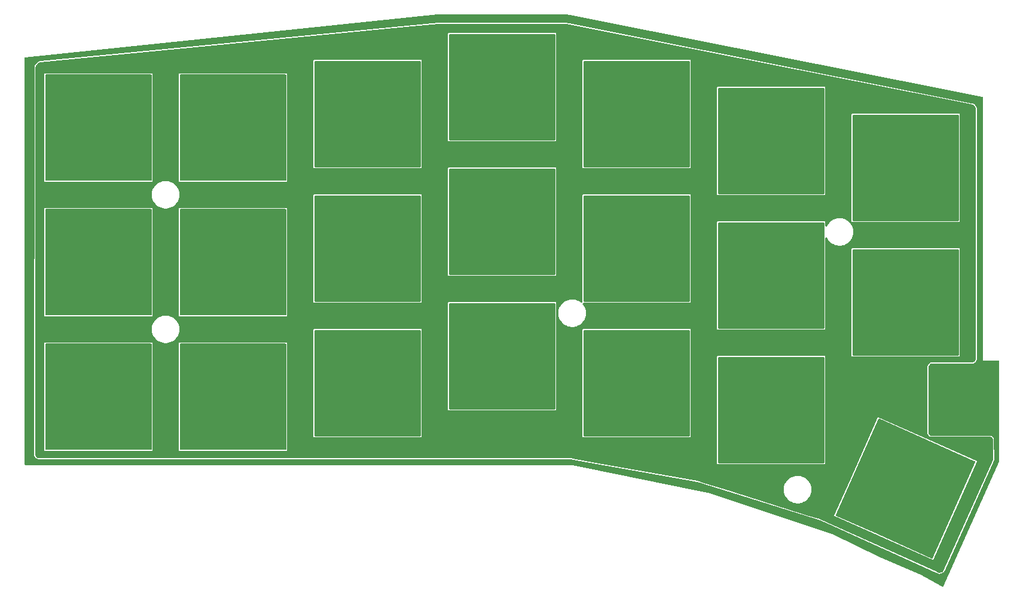
<source format=gbr>
G04 #@! TF.GenerationSoftware,KiCad,Pcbnew,8.0.0*
G04 #@! TF.CreationDate,2024-03-14T17:28:04+09:00*
G04 #@! TF.ProjectId,Pinky3,50696e6b-7933-42e6-9b69-6361645f7063,0.3*
G04 #@! TF.SameCoordinates,Original*
G04 #@! TF.FileFunction,Copper,L2,Bot*
G04 #@! TF.FilePolarity,Positive*
%FSLAX46Y46*%
G04 Gerber Fmt 4.6, Leading zero omitted, Abs format (unit mm)*
G04 Created by KiCad (PCBNEW 8.0.0) date 2024-03-14 17:28:04*
%MOMM*%
%LPD*%
G01*
G04 APERTURE LIST*
G04 APERTURE END LIST*
G04 #@! TA.AperFunction,Conductor*
G36*
X160596434Y-110270501D02*
G01*
X173997104Y-116236865D01*
X174114170Y-116288986D01*
X174168266Y-116334966D01*
X174188915Y-116402894D01*
X174178028Y-116455342D01*
X168159544Y-129973074D01*
X168113564Y-130027170D01*
X168045636Y-130047819D01*
X167993189Y-130036932D01*
X160327781Y-126624072D01*
X154475456Y-124018448D01*
X154421360Y-123972468D01*
X154400711Y-123904540D01*
X154411596Y-123852097D01*
X160430083Y-110334358D01*
X160476062Y-110280264D01*
X160543990Y-110259615D01*
X160596434Y-110270501D01*
G37*
G04 #@! TD.AperFunction*
G04 #@! TA.AperFunction,Conductor*
G36*
X152716621Y-101550502D02*
G01*
X152763114Y-101604158D01*
X152774500Y-101656500D01*
X152774500Y-116453500D01*
X152754498Y-116521621D01*
X152700842Y-116568114D01*
X152648500Y-116579500D01*
X137851500Y-116579500D01*
X137783379Y-116559498D01*
X137736886Y-116505842D01*
X137725500Y-116453500D01*
X137725500Y-101656500D01*
X137745502Y-101588379D01*
X137799158Y-101541886D01*
X137851500Y-101530500D01*
X152648500Y-101530500D01*
X152716621Y-101550502D01*
G37*
G04 #@! TD.AperFunction*
G04 #@! TA.AperFunction,Conductor*
G36*
X57466621Y-99645502D02*
G01*
X57513114Y-99699158D01*
X57524500Y-99751500D01*
X57524500Y-114548500D01*
X57504498Y-114616621D01*
X57450842Y-114663114D01*
X57398500Y-114674500D01*
X42601500Y-114674500D01*
X42533379Y-114654498D01*
X42486886Y-114600842D01*
X42475500Y-114548500D01*
X42475500Y-99751500D01*
X42495502Y-99683379D01*
X42549158Y-99636886D01*
X42601500Y-99625500D01*
X57398500Y-99625500D01*
X57466621Y-99645502D01*
G37*
G04 #@! TD.AperFunction*
G04 #@! TA.AperFunction,Conductor*
G36*
X76516621Y-99645502D02*
G01*
X76563114Y-99699158D01*
X76574500Y-99751500D01*
X76574500Y-114548500D01*
X76554498Y-114616621D01*
X76500842Y-114663114D01*
X76448500Y-114674500D01*
X61651500Y-114674500D01*
X61583379Y-114654498D01*
X61536886Y-114600842D01*
X61525500Y-114548500D01*
X61525500Y-99751500D01*
X61545502Y-99683379D01*
X61599158Y-99636886D01*
X61651500Y-99625500D01*
X76448500Y-99625500D01*
X76516621Y-99645502D01*
G37*
G04 #@! TD.AperFunction*
G04 #@! TA.AperFunction,Conductor*
G36*
X95566621Y-97740502D02*
G01*
X95613114Y-97794158D01*
X95624500Y-97846500D01*
X95624500Y-112643500D01*
X95604498Y-112711621D01*
X95550842Y-112758114D01*
X95498500Y-112769500D01*
X80701500Y-112769500D01*
X80633379Y-112749498D01*
X80586886Y-112695842D01*
X80575500Y-112643500D01*
X80575500Y-97846500D01*
X80595502Y-97778379D01*
X80649158Y-97731886D01*
X80701500Y-97720500D01*
X95498500Y-97720500D01*
X95566621Y-97740502D01*
G37*
G04 #@! TD.AperFunction*
G04 #@! TA.AperFunction,Conductor*
G36*
X133666621Y-97740502D02*
G01*
X133713114Y-97794158D01*
X133724500Y-97846500D01*
X133724500Y-112643500D01*
X133704498Y-112711621D01*
X133650842Y-112758114D01*
X133598500Y-112769500D01*
X118801500Y-112769500D01*
X118733379Y-112749498D01*
X118686886Y-112695842D01*
X118675500Y-112643500D01*
X118675500Y-97846500D01*
X118695502Y-97778379D01*
X118749158Y-97731886D01*
X118801500Y-97720500D01*
X133598500Y-97720500D01*
X133666621Y-97740502D01*
G37*
G04 #@! TD.AperFunction*
G04 #@! TA.AperFunction,Conductor*
G36*
X114616621Y-93930502D02*
G01*
X114663114Y-93984158D01*
X114674500Y-94036500D01*
X114674500Y-108833500D01*
X114654498Y-108901621D01*
X114600842Y-108948114D01*
X114548500Y-108959500D01*
X99751500Y-108959500D01*
X99683379Y-108939498D01*
X99636886Y-108885842D01*
X99625500Y-108833500D01*
X99625500Y-94036500D01*
X99645502Y-93968379D01*
X99699158Y-93921886D01*
X99751500Y-93910500D01*
X114548500Y-93910500D01*
X114616621Y-93930502D01*
G37*
G04 #@! TD.AperFunction*
G04 #@! TA.AperFunction,Conductor*
G36*
X171766621Y-86310502D02*
G01*
X171813114Y-86364158D01*
X171824500Y-86416500D01*
X171824500Y-101213500D01*
X171804498Y-101281621D01*
X171750842Y-101328114D01*
X171698500Y-101339500D01*
X156901500Y-101339500D01*
X156833379Y-101319498D01*
X156786886Y-101265842D01*
X156775500Y-101213500D01*
X156775500Y-86416500D01*
X156795502Y-86348379D01*
X156849158Y-86301886D01*
X156901500Y-86290500D01*
X171698500Y-86290500D01*
X171766621Y-86310502D01*
G37*
G04 #@! TD.AperFunction*
G04 #@! TA.AperFunction,Conductor*
G36*
X152716621Y-82500502D02*
G01*
X152763114Y-82554158D01*
X152774500Y-82606500D01*
X152774500Y-97403500D01*
X152754498Y-97471621D01*
X152700842Y-97518114D01*
X152648500Y-97529500D01*
X137851500Y-97529500D01*
X137783379Y-97509498D01*
X137736886Y-97455842D01*
X137725500Y-97403500D01*
X137725500Y-82606500D01*
X137745502Y-82538379D01*
X137799158Y-82491886D01*
X137851500Y-82480500D01*
X152648500Y-82480500D01*
X152716621Y-82500502D01*
G37*
G04 #@! TD.AperFunction*
G04 #@! TA.AperFunction,Conductor*
G36*
X133666621Y-78690502D02*
G01*
X133713114Y-78744158D01*
X133724500Y-78796500D01*
X133724500Y-93593500D01*
X133704498Y-93661621D01*
X133650842Y-93708114D01*
X133598500Y-93719500D01*
X118801500Y-93719500D01*
X118733379Y-93699498D01*
X118686886Y-93645842D01*
X118675500Y-93593500D01*
X118675500Y-78796500D01*
X118695502Y-78728379D01*
X118749158Y-78681886D01*
X118801500Y-78670500D01*
X133598500Y-78670500D01*
X133666621Y-78690502D01*
G37*
G04 #@! TD.AperFunction*
G04 #@! TA.AperFunction,Conductor*
G36*
X57466621Y-80595502D02*
G01*
X57513114Y-80649158D01*
X57524500Y-80701500D01*
X57524500Y-95498500D01*
X57504498Y-95566621D01*
X57450842Y-95613114D01*
X57398500Y-95624500D01*
X42601500Y-95624500D01*
X42533379Y-95604498D01*
X42486886Y-95550842D01*
X42475500Y-95498500D01*
X42475500Y-80701500D01*
X42495502Y-80633379D01*
X42549158Y-80586886D01*
X42601500Y-80575500D01*
X57398500Y-80575500D01*
X57466621Y-80595502D01*
G37*
G04 #@! TD.AperFunction*
G04 #@! TA.AperFunction,Conductor*
G36*
X76516621Y-80595502D02*
G01*
X76563114Y-80649158D01*
X76574500Y-80701500D01*
X76574500Y-95498500D01*
X76554498Y-95566621D01*
X76500842Y-95613114D01*
X76448500Y-95624500D01*
X61651500Y-95624500D01*
X61583379Y-95604498D01*
X61536886Y-95550842D01*
X61525500Y-95498500D01*
X61525500Y-80701500D01*
X61545502Y-80633379D01*
X61599158Y-80586886D01*
X61651500Y-80575500D01*
X76448500Y-80575500D01*
X76516621Y-80595502D01*
G37*
G04 #@! TD.AperFunction*
G04 #@! TA.AperFunction,Conductor*
G36*
X95566621Y-78690502D02*
G01*
X95613114Y-78744158D01*
X95624500Y-78796500D01*
X95624500Y-93593500D01*
X95604498Y-93661621D01*
X95550842Y-93708114D01*
X95498500Y-93719500D01*
X80701500Y-93719500D01*
X80633379Y-93699498D01*
X80586886Y-93645842D01*
X80575500Y-93593500D01*
X80575500Y-78796500D01*
X80595502Y-78728379D01*
X80649158Y-78681886D01*
X80701500Y-78670500D01*
X95498500Y-78670500D01*
X95566621Y-78690502D01*
G37*
G04 #@! TD.AperFunction*
G04 #@! TA.AperFunction,Conductor*
G36*
X114616621Y-74880502D02*
G01*
X114663114Y-74934158D01*
X114674500Y-74986500D01*
X114674500Y-89783500D01*
X114654498Y-89851621D01*
X114600842Y-89898114D01*
X114548500Y-89909500D01*
X99751500Y-89909500D01*
X99683379Y-89889498D01*
X99636886Y-89835842D01*
X99625500Y-89783500D01*
X99625500Y-74986500D01*
X99645502Y-74918379D01*
X99699158Y-74871886D01*
X99751500Y-74860500D01*
X114548500Y-74860500D01*
X114616621Y-74880502D01*
G37*
G04 #@! TD.AperFunction*
G04 #@! TA.AperFunction,Conductor*
G36*
X171766621Y-67260502D02*
G01*
X171813114Y-67314158D01*
X171824500Y-67366500D01*
X171824500Y-82163500D01*
X171804498Y-82231621D01*
X171750842Y-82278114D01*
X171698500Y-82289500D01*
X156901500Y-82289500D01*
X156833379Y-82269498D01*
X156786886Y-82215842D01*
X156775500Y-82163500D01*
X156775500Y-67366500D01*
X156795502Y-67298379D01*
X156849158Y-67251886D01*
X156901500Y-67240500D01*
X171698500Y-67240500D01*
X171766621Y-67260502D01*
G37*
G04 #@! TD.AperFunction*
G04 #@! TA.AperFunction,Conductor*
G36*
X152716621Y-63450502D02*
G01*
X152763114Y-63504158D01*
X152774500Y-63556500D01*
X152774500Y-78353500D01*
X152754498Y-78421621D01*
X152700842Y-78468114D01*
X152648500Y-78479500D01*
X137851500Y-78479500D01*
X137783379Y-78459498D01*
X137736886Y-78405842D01*
X137725500Y-78353500D01*
X137725500Y-63556500D01*
X137745502Y-63488379D01*
X137799158Y-63441886D01*
X137851500Y-63430500D01*
X152648500Y-63430500D01*
X152716621Y-63450502D01*
G37*
G04 #@! TD.AperFunction*
G04 #@! TA.AperFunction,Conductor*
G36*
X57466621Y-61545502D02*
G01*
X57513114Y-61599158D01*
X57524500Y-61651500D01*
X57524500Y-76448500D01*
X57504498Y-76516621D01*
X57450842Y-76563114D01*
X57398500Y-76574500D01*
X42601500Y-76574500D01*
X42533379Y-76554498D01*
X42486886Y-76500842D01*
X42475500Y-76448500D01*
X42475500Y-61651500D01*
X42495502Y-61583379D01*
X42549158Y-61536886D01*
X42601500Y-61525500D01*
X57398500Y-61525500D01*
X57466621Y-61545502D01*
G37*
G04 #@! TD.AperFunction*
G04 #@! TA.AperFunction,Conductor*
G36*
X76516621Y-61545502D02*
G01*
X76563114Y-61599158D01*
X76574500Y-61651500D01*
X76574500Y-76448500D01*
X76554498Y-76516621D01*
X76500842Y-76563114D01*
X76448500Y-76574500D01*
X61651500Y-76574500D01*
X61583379Y-76554498D01*
X61536886Y-76500842D01*
X61525500Y-76448500D01*
X61525500Y-61651500D01*
X61545502Y-61583379D01*
X61599158Y-61536886D01*
X61651500Y-61525500D01*
X76448500Y-61525500D01*
X76516621Y-61545502D01*
G37*
G04 #@! TD.AperFunction*
G04 #@! TA.AperFunction,Conductor*
G36*
X95566621Y-59640502D02*
G01*
X95613114Y-59694158D01*
X95624500Y-59746500D01*
X95624500Y-74543500D01*
X95604498Y-74611621D01*
X95550842Y-74658114D01*
X95498500Y-74669500D01*
X80701500Y-74669500D01*
X80633379Y-74649498D01*
X80586886Y-74595842D01*
X80575500Y-74543500D01*
X80575500Y-59746500D01*
X80595502Y-59678379D01*
X80649158Y-59631886D01*
X80701500Y-59620500D01*
X95498500Y-59620500D01*
X95566621Y-59640502D01*
G37*
G04 #@! TD.AperFunction*
G04 #@! TA.AperFunction,Conductor*
G36*
X133666621Y-59640502D02*
G01*
X133713114Y-59694158D01*
X133724500Y-59746500D01*
X133724500Y-74543500D01*
X133704498Y-74611621D01*
X133650842Y-74658114D01*
X133598500Y-74669500D01*
X118801500Y-74669500D01*
X118733379Y-74649498D01*
X118686886Y-74595842D01*
X118675500Y-74543500D01*
X118675500Y-59746500D01*
X118695502Y-59678379D01*
X118749158Y-59631886D01*
X118801500Y-59620500D01*
X133598500Y-59620500D01*
X133666621Y-59640502D01*
G37*
G04 #@! TD.AperFunction*
G04 #@! TA.AperFunction,Conductor*
G36*
X114616621Y-55830502D02*
G01*
X114663114Y-55884158D01*
X114674500Y-55936500D01*
X114674500Y-70733500D01*
X114654498Y-70801621D01*
X114600842Y-70848114D01*
X114548500Y-70859500D01*
X99751500Y-70859500D01*
X99683379Y-70839498D01*
X99636886Y-70785842D01*
X99625500Y-70733500D01*
X99625500Y-55936500D01*
X99645502Y-55868379D01*
X99699158Y-55821886D01*
X99751500Y-55810500D01*
X114548500Y-55810500D01*
X114616621Y-55830502D01*
G37*
G04 #@! TD.AperFunction*
G04 #@! TA.AperFunction,Conductor*
G36*
X116204717Y-54377900D02*
G01*
X173545529Y-65735396D01*
X173579835Y-65753019D01*
X173580875Y-65750808D01*
X173598932Y-65759295D01*
X173598933Y-65759295D01*
X173598935Y-65759297D01*
X173617379Y-65761619D01*
X173629060Y-65763654D01*
X173740608Y-65788551D01*
X173746044Y-65789765D01*
X173768627Y-65797098D01*
X173831236Y-65824185D01*
X173873133Y-65842312D01*
X173893935Y-65853749D01*
X173988108Y-65917772D01*
X174006400Y-65932914D01*
X174086883Y-66013464D01*
X174102009Y-66031769D01*
X174165946Y-66125984D01*
X174177369Y-66146800D01*
X174222498Y-66251345D01*
X174229813Y-66273938D01*
X174253494Y-66380458D01*
X174256497Y-66407839D01*
X174246155Y-101639482D01*
X174246148Y-101639534D01*
X174246144Y-101673384D01*
X174245351Y-101687483D01*
X174232065Y-101805313D01*
X174225785Y-101832818D01*
X174188970Y-101938008D01*
X174176728Y-101963424D01*
X174117430Y-102057790D01*
X174099839Y-102079848D01*
X174021033Y-102158651D01*
X173998976Y-102176240D01*
X173904608Y-102235537D01*
X173879190Y-102247779D01*
X173773997Y-102284591D01*
X173746491Y-102290870D01*
X173628472Y-102304173D01*
X173614374Y-102304966D01*
X173580021Y-102304969D01*
X173579983Y-102304975D01*
X168140286Y-102306260D01*
X168101325Y-102300095D01*
X168089914Y-102296388D01*
X168065383Y-102296388D01*
X168013829Y-102296388D01*
X168013270Y-102296446D01*
X167992374Y-102296468D01*
X167849614Y-102327133D01*
X167849605Y-102327136D01*
X167716474Y-102387090D01*
X167716464Y-102387096D01*
X167598893Y-102473667D01*
X167598889Y-102473671D01*
X167502108Y-102583012D01*
X167430445Y-102710235D01*
X167430442Y-102710242D01*
X167387093Y-102849671D01*
X167387092Y-102849677D01*
X167382723Y-102897599D01*
X167380901Y-102910340D01*
X167380113Y-102914365D01*
X167380131Y-102920015D01*
X167379624Y-102931704D01*
X167378013Y-102949585D01*
X167380282Y-102969467D01*
X167408938Y-112284913D01*
X167408939Y-112285453D01*
X167408851Y-112358303D01*
X167408851Y-112358308D01*
X167439341Y-112483362D01*
X167498580Y-112597642D01*
X167498584Y-112597648D01*
X167567489Y-112676640D01*
X167583196Y-112694646D01*
X167688376Y-112768853D01*
X167808136Y-112816043D01*
X167935665Y-112833530D01*
X167935666Y-112833529D01*
X167935667Y-112833530D01*
X167990908Y-112827759D01*
X167999677Y-112826843D01*
X168011524Y-112825621D01*
X168024452Y-112824956D01*
X176174654Y-112824956D01*
X176201081Y-112827759D01*
X176207890Y-112829219D01*
X176207892Y-112829218D01*
X176207895Y-112829220D01*
X176223551Y-112827604D01*
X176241070Y-112827023D01*
X176321522Y-112829970D01*
X176356010Y-112836108D01*
X176424071Y-112858328D01*
X176455539Y-112873723D01*
X176514848Y-112913822D01*
X176540860Y-112937288D01*
X176586838Y-112992170D01*
X176605384Y-113021890D01*
X176634473Y-113087308D01*
X176644119Y-113120987D01*
X176655285Y-113200530D01*
X176656508Y-113218046D01*
X176656508Y-113251154D01*
X176656979Y-113254030D01*
X176686409Y-116011353D01*
X176675449Y-116064111D01*
X169654316Y-131773302D01*
X169635638Y-131803078D01*
X169565537Y-131886274D01*
X169545054Y-131905680D01*
X169452309Y-131975631D01*
X169428020Y-131989994D01*
X169322023Y-132037556D01*
X169295148Y-132046152D01*
X169181233Y-132068932D01*
X169153117Y-132071332D01*
X169036989Y-132068190D01*
X169009048Y-132064274D01*
X168896525Y-132035369D01*
X168870151Y-132025331D01*
X168771519Y-131974498D01*
X168756393Y-131965267D01*
X168740432Y-131956426D01*
X168733839Y-131952030D01*
X168723579Y-131949148D01*
X168705877Y-131942712D01*
X168690118Y-131935607D01*
X152271727Y-124533500D01*
X152263169Y-124529244D01*
X152252823Y-124523599D01*
X152251062Y-124523048D01*
X152250088Y-124522744D01*
X152235919Y-124517357D01*
X152233295Y-124516174D01*
X152221782Y-124513512D01*
X152212562Y-124511008D01*
X150637670Y-124018501D01*
X154184802Y-124018501D01*
X154195565Y-124046541D01*
X154216243Y-124068330D01*
X154243679Y-124080545D01*
X154243681Y-124080546D01*
X168129572Y-130262943D01*
X168159597Y-130263729D01*
X168176947Y-130257068D01*
X168187637Y-130252966D01*
X168188749Y-130251910D01*
X168209425Y-130232290D01*
X174404039Y-116318960D01*
X174404825Y-116288935D01*
X174402429Y-116282693D01*
X174402142Y-116281149D01*
X174394061Y-116260893D01*
X174373387Y-116239108D01*
X174373382Y-116239104D01*
X174368360Y-116236869D01*
X174368352Y-116236862D01*
X174368351Y-116236865D01*
X174356523Y-116231598D01*
X167548632Y-113200530D01*
X160460056Y-110044493D01*
X160459247Y-110044471D01*
X160430029Y-110043706D01*
X160401992Y-110054469D01*
X160401987Y-110054472D01*
X160380204Y-110075144D01*
X160380203Y-110075145D01*
X160380203Y-110075146D01*
X156348209Y-119131153D01*
X154185589Y-123988476D01*
X154184802Y-124018501D01*
X150637670Y-124018501D01*
X139155814Y-120427845D01*
X147049500Y-120427845D01*
X147082872Y-120681332D01*
X147082873Y-120681338D01*
X147082874Y-120681340D01*
X147149050Y-120928313D01*
X147246896Y-121164535D01*
X147246897Y-121164536D01*
X147246902Y-121164546D01*
X147374736Y-121385961D01*
X147374741Y-121385967D01*
X147530385Y-121588807D01*
X147530404Y-121588828D01*
X147711171Y-121769595D01*
X147711181Y-121769604D01*
X147711187Y-121769610D01*
X147914035Y-121925261D01*
X148135465Y-122053104D01*
X148371687Y-122150950D01*
X148618660Y-122217126D01*
X148618666Y-122217126D01*
X148618667Y-122217127D01*
X148647751Y-122220956D01*
X148872157Y-122250500D01*
X148872164Y-122250500D01*
X149127836Y-122250500D01*
X149127843Y-122250500D01*
X149381340Y-122217126D01*
X149628313Y-122150950D01*
X149864535Y-122053104D01*
X150085965Y-121925261D01*
X150288813Y-121769610D01*
X150469610Y-121588813D01*
X150625261Y-121385965D01*
X150753104Y-121164535D01*
X150850950Y-120928313D01*
X150917126Y-120681340D01*
X150950500Y-120427843D01*
X150950500Y-120172157D01*
X150917126Y-119918660D01*
X150850950Y-119671687D01*
X150753104Y-119435465D01*
X150625261Y-119214035D01*
X150469610Y-119011187D01*
X150469604Y-119011181D01*
X150469595Y-119011171D01*
X150288828Y-118830404D01*
X150288807Y-118830385D01*
X150195548Y-118758825D01*
X150085965Y-118674739D01*
X150085963Y-118674738D01*
X150085961Y-118674736D01*
X149864546Y-118546902D01*
X149864541Y-118546899D01*
X149864535Y-118546896D01*
X149628313Y-118449050D01*
X149381340Y-118382874D01*
X149381338Y-118382873D01*
X149381332Y-118382872D01*
X149127845Y-118349500D01*
X149127843Y-118349500D01*
X148872157Y-118349500D01*
X148872154Y-118349500D01*
X148618667Y-118382872D01*
X148371687Y-118449050D01*
X148135463Y-118546897D01*
X148135453Y-118546902D01*
X147914038Y-118674736D01*
X147914032Y-118674741D01*
X147711192Y-118830385D01*
X147711171Y-118830404D01*
X147530404Y-119011171D01*
X147530385Y-119011192D01*
X147374741Y-119214032D01*
X147374736Y-119214038D01*
X147246902Y-119435453D01*
X147246897Y-119435463D01*
X147149050Y-119671687D01*
X147082872Y-119918667D01*
X147049500Y-120172154D01*
X147049500Y-120427845D01*
X139155814Y-120427845D01*
X135202393Y-119191514D01*
X135190939Y-119187043D01*
X135180302Y-119184383D01*
X135173272Y-119182407D01*
X135162785Y-119179128D01*
X135150668Y-119176975D01*
X134398370Y-118988900D01*
X134384816Y-118984583D01*
X134376387Y-118983090D01*
X134367810Y-118981260D01*
X134359514Y-118979186D01*
X134345364Y-118977593D01*
X121318727Y-116670018D01*
X137574500Y-116670018D01*
X137585993Y-116697766D01*
X137585996Y-116697770D01*
X137607229Y-116719003D01*
X137607233Y-116719006D01*
X137634982Y-116730500D01*
X152865018Y-116730500D01*
X152892767Y-116719006D01*
X152914006Y-116697767D01*
X152925500Y-116670018D01*
X152925500Y-101439982D01*
X152921373Y-101430018D01*
X156624500Y-101430018D01*
X156635993Y-101457766D01*
X156635996Y-101457770D01*
X156657229Y-101479003D01*
X156657233Y-101479006D01*
X156684982Y-101490500D01*
X171915018Y-101490500D01*
X171942767Y-101479006D01*
X171964006Y-101457767D01*
X171975500Y-101430018D01*
X171975500Y-86199982D01*
X171964006Y-86172233D01*
X171964003Y-86172229D01*
X171942770Y-86150996D01*
X171942766Y-86150993D01*
X171915018Y-86139500D01*
X156715018Y-86139500D01*
X156684982Y-86139500D01*
X156657233Y-86150993D01*
X156657229Y-86150996D01*
X156635996Y-86172229D01*
X156635993Y-86172233D01*
X156624500Y-86199981D01*
X156624500Y-101430018D01*
X152921373Y-101430018D01*
X152914006Y-101412233D01*
X152914003Y-101412229D01*
X152892770Y-101390996D01*
X152892766Y-101390993D01*
X152865018Y-101379500D01*
X137665018Y-101379500D01*
X137634982Y-101379500D01*
X137607233Y-101390993D01*
X137607229Y-101390996D01*
X137585996Y-101412229D01*
X137585993Y-101412233D01*
X137574500Y-101439981D01*
X137574500Y-116670018D01*
X121318727Y-116670018D01*
X117171446Y-115935357D01*
X117107859Y-115903780D01*
X117104329Y-115900384D01*
X117096298Y-115892353D01*
X117096294Y-115892350D01*
X117068546Y-115880857D01*
X116874854Y-115880857D01*
X116856165Y-115879214D01*
X116846919Y-115879408D01*
X116833642Y-115880857D01*
X41703120Y-115880857D01*
X41703109Y-115880855D01*
X41660598Y-115880856D01*
X41646492Y-115880064D01*
X41528670Y-115866793D01*
X41501161Y-115860515D01*
X41448562Y-115842111D01*
X41395966Y-115823708D01*
X41370545Y-115811466D01*
X41276176Y-115752171D01*
X41254114Y-115734577D01*
X41175311Y-115655772D01*
X41157719Y-115633711D01*
X41098429Y-115539345D01*
X41086187Y-115513923D01*
X41074217Y-115479713D01*
X41049378Y-115408719D01*
X41043105Y-115381226D01*
X41029824Y-115263301D01*
X41029034Y-115249103D01*
X41029445Y-114765018D01*
X42324500Y-114765018D01*
X42335993Y-114792766D01*
X42335996Y-114792770D01*
X42357229Y-114814003D01*
X42357233Y-114814006D01*
X42384982Y-114825500D01*
X57615018Y-114825500D01*
X57642767Y-114814006D01*
X57664006Y-114792767D01*
X57675500Y-114765018D01*
X61374500Y-114765018D01*
X61385993Y-114792766D01*
X61385996Y-114792770D01*
X61407229Y-114814003D01*
X61407233Y-114814006D01*
X61434982Y-114825500D01*
X76665018Y-114825500D01*
X76692767Y-114814006D01*
X76714006Y-114792767D01*
X76725500Y-114765018D01*
X76725500Y-112860018D01*
X80424500Y-112860018D01*
X80435993Y-112887766D01*
X80435996Y-112887770D01*
X80457229Y-112909003D01*
X80457233Y-112909006D01*
X80484982Y-112920500D01*
X95715018Y-112920500D01*
X95742767Y-112909006D01*
X95764006Y-112887767D01*
X95775500Y-112860018D01*
X118524500Y-112860018D01*
X118535993Y-112887766D01*
X118535996Y-112887770D01*
X118557229Y-112909003D01*
X118557233Y-112909006D01*
X118584982Y-112920500D01*
X133815018Y-112920500D01*
X133842767Y-112909006D01*
X133864006Y-112887767D01*
X133875500Y-112860018D01*
X133875500Y-97629982D01*
X133871373Y-97620018D01*
X137574500Y-97620018D01*
X137585993Y-97647766D01*
X137585996Y-97647770D01*
X137607229Y-97669003D01*
X137607233Y-97669006D01*
X137634982Y-97680500D01*
X152865018Y-97680500D01*
X152892767Y-97669006D01*
X152914006Y-97647767D01*
X152925500Y-97620018D01*
X152925500Y-84686913D01*
X152945502Y-84618792D01*
X152999158Y-84572299D01*
X153069432Y-84562195D01*
X153134012Y-84591689D01*
X153167907Y-84638693D01*
X153186896Y-84684535D01*
X153186897Y-84684536D01*
X153186902Y-84684546D01*
X153314736Y-84905961D01*
X153314741Y-84905967D01*
X153470385Y-85108807D01*
X153470404Y-85108828D01*
X153651171Y-85289595D01*
X153651181Y-85289604D01*
X153651187Y-85289610D01*
X153854035Y-85445261D01*
X154075465Y-85573104D01*
X154311687Y-85670950D01*
X154558660Y-85737126D01*
X154558666Y-85737126D01*
X154558667Y-85737127D01*
X154587751Y-85740956D01*
X154812157Y-85770500D01*
X154812164Y-85770500D01*
X155067836Y-85770500D01*
X155067843Y-85770500D01*
X155321340Y-85737126D01*
X155568313Y-85670950D01*
X155804535Y-85573104D01*
X156025965Y-85445261D01*
X156228813Y-85289610D01*
X156409610Y-85108813D01*
X156565261Y-84905965D01*
X156693104Y-84684535D01*
X156790950Y-84448313D01*
X156857126Y-84201340D01*
X156890500Y-83947843D01*
X156890500Y-83692157D01*
X156857126Y-83438660D01*
X156790950Y-83191687D01*
X156693104Y-82955465D01*
X156565261Y-82734035D01*
X156409610Y-82531187D01*
X156409604Y-82531181D01*
X156409595Y-82531171D01*
X156258442Y-82380018D01*
X156624500Y-82380018D01*
X156635993Y-82407766D01*
X156635996Y-82407770D01*
X156657229Y-82429003D01*
X156657233Y-82429006D01*
X156684982Y-82440500D01*
X171915018Y-82440500D01*
X171942767Y-82429006D01*
X171964006Y-82407767D01*
X171975500Y-82380018D01*
X171975500Y-67149982D01*
X171964006Y-67122233D01*
X171964003Y-67122229D01*
X171942770Y-67100996D01*
X171942766Y-67100993D01*
X171915018Y-67089500D01*
X156715018Y-67089500D01*
X156684982Y-67089500D01*
X156657233Y-67100993D01*
X156657229Y-67100996D01*
X156635996Y-67122229D01*
X156635993Y-67122233D01*
X156624500Y-67149981D01*
X156624500Y-82380018D01*
X156258442Y-82380018D01*
X156228828Y-82350404D01*
X156228807Y-82350385D01*
X156074030Y-82231621D01*
X156025965Y-82194739D01*
X156025963Y-82194738D01*
X156025961Y-82194736D01*
X155804546Y-82066902D01*
X155804541Y-82066899D01*
X155804535Y-82066896D01*
X155568313Y-81969050D01*
X155321340Y-81902874D01*
X155321338Y-81902873D01*
X155321332Y-81902872D01*
X155067845Y-81869500D01*
X155067843Y-81869500D01*
X154812157Y-81869500D01*
X154812154Y-81869500D01*
X154558667Y-81902872D01*
X154311687Y-81969050D01*
X154075463Y-82066897D01*
X154075453Y-82066902D01*
X153854038Y-82194736D01*
X153854032Y-82194741D01*
X153651192Y-82350385D01*
X153651171Y-82350404D01*
X153470404Y-82531171D01*
X153470385Y-82531192D01*
X153314741Y-82734032D01*
X153314736Y-82734038D01*
X153186902Y-82955453D01*
X153186899Y-82955458D01*
X153167909Y-83001305D01*
X153123360Y-83056585D01*
X153055997Y-83079006D01*
X152987205Y-83061447D01*
X152938827Y-83009485D01*
X152925500Y-82953086D01*
X152925500Y-82389981D01*
X152914006Y-82362233D01*
X152914003Y-82362229D01*
X152892770Y-82340996D01*
X152892766Y-82340993D01*
X152865018Y-82329500D01*
X137665018Y-82329500D01*
X137634982Y-82329500D01*
X137607233Y-82340993D01*
X137607229Y-82340996D01*
X137585996Y-82362229D01*
X137585993Y-82362233D01*
X137574500Y-82389981D01*
X137574500Y-97620018D01*
X133871373Y-97620018D01*
X133864006Y-97602233D01*
X133864003Y-97602229D01*
X133842770Y-97580996D01*
X133842766Y-97580993D01*
X133815018Y-97569500D01*
X118615018Y-97569500D01*
X118584982Y-97569500D01*
X118557233Y-97580993D01*
X118557229Y-97580996D01*
X118535996Y-97602229D01*
X118535993Y-97602233D01*
X118524500Y-97629981D01*
X118524500Y-112860018D01*
X95775500Y-112860018D01*
X95775500Y-109050018D01*
X99474500Y-109050018D01*
X99485993Y-109077766D01*
X99485996Y-109077770D01*
X99507229Y-109099003D01*
X99507233Y-109099006D01*
X99534982Y-109110500D01*
X114765018Y-109110500D01*
X114792767Y-109099006D01*
X114814006Y-109077767D01*
X114825500Y-109050018D01*
X114825500Y-95451365D01*
X115127115Y-95451365D01*
X115160487Y-95704852D01*
X115160488Y-95704858D01*
X115160489Y-95704860D01*
X115226665Y-95951833D01*
X115324511Y-96188055D01*
X115324512Y-96188056D01*
X115324517Y-96188066D01*
X115452351Y-96409481D01*
X115452356Y-96409487D01*
X115608000Y-96612327D01*
X115608019Y-96612348D01*
X115788786Y-96793115D01*
X115788796Y-96793124D01*
X115788802Y-96793130D01*
X115991650Y-96948781D01*
X116213080Y-97076624D01*
X116449302Y-97174470D01*
X116696275Y-97240646D01*
X116696281Y-97240646D01*
X116696282Y-97240647D01*
X116725366Y-97244476D01*
X116949772Y-97274020D01*
X116949779Y-97274020D01*
X117205451Y-97274020D01*
X117205458Y-97274020D01*
X117458955Y-97240646D01*
X117705928Y-97174470D01*
X117942150Y-97076624D01*
X118163580Y-96948781D01*
X118366428Y-96793130D01*
X118547225Y-96612333D01*
X118702876Y-96409485D01*
X118830719Y-96188055D01*
X118928565Y-95951833D01*
X118994741Y-95704860D01*
X119028115Y-95451363D01*
X119028115Y-95195677D01*
X118994741Y-94942180D01*
X118928565Y-94695207D01*
X118830719Y-94458985D01*
X118702876Y-94237555D01*
X118576765Y-94073204D01*
X118551164Y-94006984D01*
X118565429Y-93937435D01*
X118615030Y-93886639D01*
X118676727Y-93870500D01*
X133815018Y-93870500D01*
X133842767Y-93859006D01*
X133864006Y-93837767D01*
X133875500Y-93810018D01*
X133875500Y-78579982D01*
X133871373Y-78570018D01*
X137574500Y-78570018D01*
X137585993Y-78597766D01*
X137585996Y-78597770D01*
X137607229Y-78619003D01*
X137607233Y-78619006D01*
X137634982Y-78630500D01*
X152865018Y-78630500D01*
X152892767Y-78619006D01*
X152914006Y-78597767D01*
X152925500Y-78570018D01*
X152925500Y-63339982D01*
X152914006Y-63312233D01*
X152914003Y-63312229D01*
X152892770Y-63290996D01*
X152892766Y-63290993D01*
X152865018Y-63279500D01*
X137665018Y-63279500D01*
X137634982Y-63279500D01*
X137607233Y-63290993D01*
X137607229Y-63290996D01*
X137585996Y-63312229D01*
X137585993Y-63312233D01*
X137574500Y-63339981D01*
X137574500Y-78570018D01*
X133871373Y-78570018D01*
X133864006Y-78552233D01*
X133864003Y-78552229D01*
X133842770Y-78530996D01*
X133842766Y-78530993D01*
X133815018Y-78519500D01*
X118615018Y-78519500D01*
X118584982Y-78519500D01*
X118557233Y-78530993D01*
X118557229Y-78530996D01*
X118535996Y-78552229D01*
X118535993Y-78552233D01*
X118524500Y-78579981D01*
X118524500Y-93719700D01*
X118504498Y-93787821D01*
X118450842Y-93834314D01*
X118380568Y-93844418D01*
X118321797Y-93819663D01*
X118163580Y-93698259D01*
X118163575Y-93698256D01*
X118163574Y-93698255D01*
X117942161Y-93570422D01*
X117942156Y-93570419D01*
X117942150Y-93570416D01*
X117705928Y-93472570D01*
X117458955Y-93406394D01*
X117458953Y-93406393D01*
X117458947Y-93406392D01*
X117205460Y-93373020D01*
X117205458Y-93373020D01*
X116949772Y-93373020D01*
X116949769Y-93373020D01*
X116696282Y-93406392D01*
X116449302Y-93472570D01*
X116213078Y-93570417D01*
X116213068Y-93570422D01*
X115991653Y-93698256D01*
X115991647Y-93698261D01*
X115788807Y-93853905D01*
X115788786Y-93853924D01*
X115608019Y-94034691D01*
X115608000Y-94034712D01*
X115452356Y-94237552D01*
X115452351Y-94237558D01*
X115324517Y-94458973D01*
X115324512Y-94458983D01*
X115226665Y-94695207D01*
X115160487Y-94942187D01*
X115127115Y-95195674D01*
X115127115Y-95451365D01*
X114825500Y-95451365D01*
X114825500Y-93819982D01*
X114814006Y-93792233D01*
X114814003Y-93792229D01*
X114792770Y-93770996D01*
X114792766Y-93770993D01*
X114765018Y-93759500D01*
X99565018Y-93759500D01*
X99534982Y-93759500D01*
X99507233Y-93770993D01*
X99507229Y-93770996D01*
X99485996Y-93792229D01*
X99485993Y-93792233D01*
X99474500Y-93819981D01*
X99474500Y-109050018D01*
X95775500Y-109050018D01*
X95775500Y-97629982D01*
X95764006Y-97602233D01*
X95764003Y-97602229D01*
X95742770Y-97580996D01*
X95742766Y-97580993D01*
X95715018Y-97569500D01*
X80515018Y-97569500D01*
X80484982Y-97569500D01*
X80457233Y-97580993D01*
X80457229Y-97580996D01*
X80435996Y-97602229D01*
X80435993Y-97602233D01*
X80424500Y-97629981D01*
X80424500Y-112860018D01*
X76725500Y-112860018D01*
X76725500Y-99534982D01*
X76714006Y-99507233D01*
X76714003Y-99507229D01*
X76692770Y-99485996D01*
X76692766Y-99485993D01*
X76665018Y-99474500D01*
X61465018Y-99474500D01*
X61434982Y-99474500D01*
X61407233Y-99485993D01*
X61407229Y-99485996D01*
X61385996Y-99507229D01*
X61385993Y-99507233D01*
X61374500Y-99534981D01*
X61374500Y-114765018D01*
X57675500Y-114765018D01*
X57675500Y-99534982D01*
X57664006Y-99507233D01*
X57664003Y-99507229D01*
X57642770Y-99485996D01*
X57642766Y-99485993D01*
X57615018Y-99474500D01*
X42415018Y-99474500D01*
X42384982Y-99474500D01*
X42357233Y-99485993D01*
X42357229Y-99485996D01*
X42335996Y-99507229D01*
X42335993Y-99507233D01*
X42324500Y-99534981D01*
X42324500Y-114765018D01*
X41029445Y-114765018D01*
X41030763Y-113211748D01*
X41043904Y-97727845D01*
X57549500Y-97727845D01*
X57582872Y-97981332D01*
X57582873Y-97981338D01*
X57582874Y-97981340D01*
X57649050Y-98228313D01*
X57746896Y-98464535D01*
X57746897Y-98464536D01*
X57746902Y-98464546D01*
X57874736Y-98685961D01*
X57874741Y-98685967D01*
X58030385Y-98888807D01*
X58030404Y-98888828D01*
X58211171Y-99069595D01*
X58211181Y-99069604D01*
X58211187Y-99069610D01*
X58414035Y-99225261D01*
X58635465Y-99353104D01*
X58871687Y-99450950D01*
X59118660Y-99517126D01*
X59118666Y-99517126D01*
X59118667Y-99517127D01*
X59147751Y-99520956D01*
X59372157Y-99550500D01*
X59372164Y-99550500D01*
X59627836Y-99550500D01*
X59627843Y-99550500D01*
X59881340Y-99517126D01*
X60128313Y-99450950D01*
X60364535Y-99353104D01*
X60585965Y-99225261D01*
X60788813Y-99069610D01*
X60969610Y-98888813D01*
X61125261Y-98685965D01*
X61253104Y-98464535D01*
X61350950Y-98228313D01*
X61417126Y-97981340D01*
X61450500Y-97727843D01*
X61450500Y-97472157D01*
X61417126Y-97218660D01*
X61350950Y-96971687D01*
X61253104Y-96735465D01*
X61125261Y-96514035D01*
X60969610Y-96311187D01*
X60969604Y-96311181D01*
X60969595Y-96311171D01*
X60788828Y-96130404D01*
X60788807Y-96130385D01*
X60695548Y-96058825D01*
X60585965Y-95974739D01*
X60585963Y-95974738D01*
X60585961Y-95974736D01*
X60364546Y-95846902D01*
X60364541Y-95846899D01*
X60364535Y-95846896D01*
X60128313Y-95749050D01*
X60001303Y-95715018D01*
X61374500Y-95715018D01*
X61385993Y-95742766D01*
X61385996Y-95742770D01*
X61407229Y-95764003D01*
X61407233Y-95764006D01*
X61434982Y-95775500D01*
X76665018Y-95775500D01*
X76692767Y-95764006D01*
X76714006Y-95742767D01*
X76725500Y-95715018D01*
X76725500Y-93810018D01*
X80424500Y-93810018D01*
X80435993Y-93837766D01*
X80435996Y-93837770D01*
X80457229Y-93859003D01*
X80457233Y-93859006D01*
X80484982Y-93870500D01*
X95715018Y-93870500D01*
X95742767Y-93859006D01*
X95764006Y-93837767D01*
X95775500Y-93810018D01*
X95775500Y-90000018D01*
X99474500Y-90000018D01*
X99485993Y-90027766D01*
X99485996Y-90027770D01*
X99507229Y-90049003D01*
X99507233Y-90049006D01*
X99534982Y-90060500D01*
X114765018Y-90060500D01*
X114792767Y-90049006D01*
X114814006Y-90027767D01*
X114825500Y-90000018D01*
X114825500Y-74769982D01*
X114821373Y-74760018D01*
X118524500Y-74760018D01*
X118535993Y-74787766D01*
X118535996Y-74787770D01*
X118557229Y-74809003D01*
X118557233Y-74809006D01*
X118584982Y-74820500D01*
X133815018Y-74820500D01*
X133842767Y-74809006D01*
X133864006Y-74787767D01*
X133875500Y-74760018D01*
X133875500Y-59529982D01*
X133864006Y-59502233D01*
X133864003Y-59502229D01*
X133842770Y-59480996D01*
X133842766Y-59480993D01*
X133815018Y-59469500D01*
X118615018Y-59469500D01*
X118584982Y-59469500D01*
X118557233Y-59480993D01*
X118557229Y-59480996D01*
X118535996Y-59502229D01*
X118535993Y-59502233D01*
X118524500Y-59529981D01*
X118524500Y-74760018D01*
X114821373Y-74760018D01*
X114814006Y-74742233D01*
X114814003Y-74742229D01*
X114792770Y-74720996D01*
X114792766Y-74720993D01*
X114765018Y-74709500D01*
X99565018Y-74709500D01*
X99534982Y-74709500D01*
X99507233Y-74720993D01*
X99507229Y-74720996D01*
X99485996Y-74742229D01*
X99485993Y-74742233D01*
X99474500Y-74769981D01*
X99474500Y-90000018D01*
X95775500Y-90000018D01*
X95775500Y-78579982D01*
X95764006Y-78552233D01*
X95764003Y-78552229D01*
X95742770Y-78530996D01*
X95742766Y-78530993D01*
X95715018Y-78519500D01*
X80515018Y-78519500D01*
X80484982Y-78519500D01*
X80457233Y-78530993D01*
X80457229Y-78530996D01*
X80435996Y-78552229D01*
X80435993Y-78552233D01*
X80424500Y-78579981D01*
X80424500Y-93810018D01*
X76725500Y-93810018D01*
X76725500Y-80484982D01*
X76714006Y-80457233D01*
X76714003Y-80457229D01*
X76692770Y-80435996D01*
X76692766Y-80435993D01*
X76665018Y-80424500D01*
X61465018Y-80424500D01*
X61434982Y-80424500D01*
X61407233Y-80435993D01*
X61407229Y-80435996D01*
X61385996Y-80457229D01*
X61385993Y-80457233D01*
X61374500Y-80484981D01*
X61374500Y-95715018D01*
X60001303Y-95715018D01*
X59881340Y-95682874D01*
X59881338Y-95682873D01*
X59881332Y-95682872D01*
X59627845Y-95649500D01*
X59627843Y-95649500D01*
X59372157Y-95649500D01*
X59372154Y-95649500D01*
X59118667Y-95682872D01*
X58871687Y-95749050D01*
X58635463Y-95846897D01*
X58635453Y-95846902D01*
X58414038Y-95974736D01*
X58414032Y-95974741D01*
X58211192Y-96130385D01*
X58211171Y-96130404D01*
X58030404Y-96311171D01*
X58030385Y-96311192D01*
X57874741Y-96514032D01*
X57874736Y-96514038D01*
X57746902Y-96735453D01*
X57746897Y-96735463D01*
X57746896Y-96735465D01*
X57723009Y-96793134D01*
X57649050Y-96971687D01*
X57582872Y-97218667D01*
X57549500Y-97472154D01*
X57549500Y-97727845D01*
X41043904Y-97727845D01*
X41045612Y-95715018D01*
X42324500Y-95715018D01*
X42335993Y-95742766D01*
X42335996Y-95742770D01*
X42357229Y-95764003D01*
X42357233Y-95764006D01*
X42384982Y-95775500D01*
X57615018Y-95775500D01*
X57642767Y-95764006D01*
X57664006Y-95742767D01*
X57675500Y-95715018D01*
X57675500Y-80484982D01*
X57664006Y-80457233D01*
X57664003Y-80457229D01*
X57642770Y-80435996D01*
X57642766Y-80435993D01*
X57615018Y-80424500D01*
X42415018Y-80424500D01*
X42384982Y-80424500D01*
X42357233Y-80435993D01*
X42357229Y-80435996D01*
X42335996Y-80457229D01*
X42335993Y-80457233D01*
X42324500Y-80484981D01*
X42324500Y-95715018D01*
X41045612Y-95715018D01*
X41060072Y-78677845D01*
X57549500Y-78677845D01*
X57582872Y-78931332D01*
X57582873Y-78931338D01*
X57582874Y-78931340D01*
X57649050Y-79178313D01*
X57746896Y-79414535D01*
X57746897Y-79414536D01*
X57746902Y-79414546D01*
X57874736Y-79635961D01*
X57874741Y-79635967D01*
X58030385Y-79838807D01*
X58030404Y-79838828D01*
X58211171Y-80019595D01*
X58211181Y-80019604D01*
X58211187Y-80019610D01*
X58414035Y-80175261D01*
X58635465Y-80303104D01*
X58871687Y-80400950D01*
X59118660Y-80467126D01*
X59118666Y-80467126D01*
X59118667Y-80467127D01*
X59147751Y-80470956D01*
X59372157Y-80500500D01*
X59372164Y-80500500D01*
X59627836Y-80500500D01*
X59627843Y-80500500D01*
X59881340Y-80467126D01*
X60128313Y-80400950D01*
X60364535Y-80303104D01*
X60585965Y-80175261D01*
X60788813Y-80019610D01*
X60969610Y-79838813D01*
X61125261Y-79635965D01*
X61253104Y-79414535D01*
X61350950Y-79178313D01*
X61417126Y-78931340D01*
X61450500Y-78677843D01*
X61450500Y-78422157D01*
X61417126Y-78168660D01*
X61350950Y-77921687D01*
X61253104Y-77685465D01*
X61125261Y-77464035D01*
X60969610Y-77261187D01*
X60969604Y-77261181D01*
X60969595Y-77261171D01*
X60788828Y-77080404D01*
X60788807Y-77080385D01*
X60695548Y-77008825D01*
X60585965Y-76924739D01*
X60585963Y-76924738D01*
X60585961Y-76924736D01*
X60364546Y-76796902D01*
X60364541Y-76796899D01*
X60364535Y-76796896D01*
X60128313Y-76699050D01*
X60001303Y-76665018D01*
X61374500Y-76665018D01*
X61385993Y-76692766D01*
X61385996Y-76692770D01*
X61407229Y-76714003D01*
X61407233Y-76714006D01*
X61434982Y-76725500D01*
X76665018Y-76725500D01*
X76692767Y-76714006D01*
X76714006Y-76692767D01*
X76725500Y-76665018D01*
X76725500Y-74760018D01*
X80424500Y-74760018D01*
X80435993Y-74787766D01*
X80435996Y-74787770D01*
X80457229Y-74809003D01*
X80457233Y-74809006D01*
X80484982Y-74820500D01*
X95715018Y-74820500D01*
X95742767Y-74809006D01*
X95764006Y-74787767D01*
X95775500Y-74760018D01*
X95775500Y-70950018D01*
X99474500Y-70950018D01*
X99485993Y-70977766D01*
X99485996Y-70977770D01*
X99507229Y-70999003D01*
X99507233Y-70999006D01*
X99534982Y-71010500D01*
X114765018Y-71010500D01*
X114792767Y-70999006D01*
X114814006Y-70977767D01*
X114825500Y-70950018D01*
X114825500Y-55719982D01*
X114814006Y-55692233D01*
X114814003Y-55692229D01*
X114792770Y-55670996D01*
X114792766Y-55670993D01*
X114765018Y-55659500D01*
X99565018Y-55659500D01*
X99534982Y-55659500D01*
X99507233Y-55670993D01*
X99507229Y-55670996D01*
X99485996Y-55692229D01*
X99485993Y-55692233D01*
X99474500Y-55719981D01*
X99474500Y-70950018D01*
X95775500Y-70950018D01*
X95775500Y-59529982D01*
X95764006Y-59502233D01*
X95764003Y-59502229D01*
X95742770Y-59480996D01*
X95742766Y-59480993D01*
X95715018Y-59469500D01*
X80515018Y-59469500D01*
X80484982Y-59469500D01*
X80457233Y-59480993D01*
X80457229Y-59480996D01*
X80435996Y-59502229D01*
X80435993Y-59502233D01*
X80424500Y-59529981D01*
X80424500Y-74760018D01*
X76725500Y-74760018D01*
X76725500Y-61434982D01*
X76714006Y-61407233D01*
X76714003Y-61407229D01*
X76692770Y-61385996D01*
X76692766Y-61385993D01*
X76665018Y-61374500D01*
X61465018Y-61374500D01*
X61434982Y-61374500D01*
X61407233Y-61385993D01*
X61407229Y-61385996D01*
X61385996Y-61407229D01*
X61385993Y-61407233D01*
X61374500Y-61434981D01*
X61374500Y-76665018D01*
X60001303Y-76665018D01*
X59881340Y-76632874D01*
X59881338Y-76632873D01*
X59881332Y-76632872D01*
X59627845Y-76599500D01*
X59627843Y-76599500D01*
X59372157Y-76599500D01*
X59372154Y-76599500D01*
X59118667Y-76632872D01*
X58871687Y-76699050D01*
X58635463Y-76796897D01*
X58635453Y-76796902D01*
X58414038Y-76924736D01*
X58414032Y-76924741D01*
X58211192Y-77080385D01*
X58211171Y-77080404D01*
X58030404Y-77261171D01*
X58030385Y-77261192D01*
X57874741Y-77464032D01*
X57874736Y-77464038D01*
X57746902Y-77685453D01*
X57746897Y-77685463D01*
X57649050Y-77921687D01*
X57582872Y-78168667D01*
X57549500Y-78422154D01*
X57549500Y-78677845D01*
X41060072Y-78677845D01*
X41061780Y-76665018D01*
X42324500Y-76665018D01*
X42335993Y-76692766D01*
X42335996Y-76692770D01*
X42357229Y-76714003D01*
X42357233Y-76714006D01*
X42384982Y-76725500D01*
X57615018Y-76725500D01*
X57642767Y-76714006D01*
X57664006Y-76692767D01*
X57675500Y-76665018D01*
X57675500Y-61434982D01*
X57664006Y-61407233D01*
X57664003Y-61407229D01*
X57642770Y-61385996D01*
X57642766Y-61385993D01*
X57615018Y-61374500D01*
X42415018Y-61374500D01*
X42384982Y-61374500D01*
X42357233Y-61385993D01*
X42357229Y-61385996D01*
X42335996Y-61407229D01*
X42335993Y-61407233D01*
X42324500Y-61434981D01*
X42324500Y-76665018D01*
X41061780Y-76665018D01*
X41075471Y-60533524D01*
X41079448Y-60502231D01*
X41083904Y-60484918D01*
X41106464Y-60397261D01*
X41113659Y-60376799D01*
X41171709Y-60248347D01*
X41182314Y-60229419D01*
X41261546Y-60112851D01*
X41275240Y-60096028D01*
X41373314Y-59994790D01*
X41389701Y-59980562D01*
X41503690Y-59897670D01*
X41522284Y-59886463D01*
X41648804Y-59824375D01*
X41669041Y-59816528D01*
X41801400Y-59777941D01*
X41824621Y-59773484D01*
X95318962Y-54642588D01*
X98097605Y-54376076D01*
X98109635Y-54375500D01*
X116180237Y-54375500D01*
X116204717Y-54377900D01*
G37*
G04 #@! TD.AperFunction*
G04 #@! TA.AperFunction,Conductor*
G36*
X116312144Y-53002409D02*
G01*
X175158526Y-64679863D01*
X175221450Y-64712742D01*
X175256610Y-64774421D01*
X175260000Y-64803453D01*
X175260000Y-102000000D01*
X177374000Y-102000000D01*
X177442121Y-102020002D01*
X177488614Y-102073658D01*
X177500000Y-102126000D01*
X177500000Y-116273295D01*
X177489167Y-116324408D01*
X169655221Y-133975575D01*
X169609305Y-134029725D01*
X169541402Y-134050455D01*
X169480207Y-134035342D01*
X166430695Y-132389383D01*
X160533562Y-129797779D01*
X160529918Y-129796108D01*
X153893699Y-126624079D01*
X153893683Y-126624072D01*
X136642957Y-120834170D01*
X136642947Y-120834167D01*
X117146351Y-116826301D01*
X117146347Y-116826301D01*
X116887897Y-116826475D01*
X39689198Y-116878693D01*
X39621064Y-116858737D01*
X39574535Y-116805113D01*
X39563113Y-116752831D01*
X39562588Y-116273295D01*
X39561504Y-115283487D01*
X40878004Y-115283487D01*
X40878041Y-115283864D01*
X40878039Y-115332733D01*
X40878040Y-115332737D01*
X40907832Y-115482554D01*
X40907833Y-115482557D01*
X40907834Y-115482561D01*
X40966288Y-115623696D01*
X41051155Y-115750715D01*
X41159172Y-115858735D01*
X41286189Y-115943604D01*
X41427323Y-116002061D01*
X41577150Y-116031859D01*
X41653531Y-116031857D01*
X116038510Y-116031857D01*
X116839439Y-116031857D01*
X116861417Y-116033789D01*
X118143462Y-116260894D01*
X134336238Y-119129327D01*
X134344777Y-119131148D01*
X135129983Y-119327450D01*
X135132313Y-119328033D01*
X135139360Y-119330014D01*
X152181826Y-124659607D01*
X152195992Y-124664993D01*
X168666400Y-132090551D01*
X168684508Y-132100581D01*
X168735778Y-132134766D01*
X168880811Y-132194674D01*
X168880814Y-132194675D01*
X168995254Y-132217319D01*
X169034745Y-132225134D01*
X169191662Y-132224976D01*
X169345533Y-132194206D01*
X169490444Y-132134006D01*
X169620825Y-132046691D01*
X169731665Y-131935616D01*
X169762548Y-131889287D01*
X169769146Y-131881463D01*
X169775160Y-131872979D01*
X169775166Y-131872974D01*
X169775168Y-131872967D01*
X169775993Y-131871805D01*
X169784580Y-131856241D01*
X169788793Y-131849923D01*
X169788792Y-131849919D01*
X169791916Y-131838801D01*
X169798185Y-131821468D01*
X176820958Y-116108608D01*
X176825154Y-116100917D01*
X176830995Y-116086378D01*
X176832885Y-116081923D01*
X176837572Y-116071437D01*
X176838035Y-116069210D01*
X176838031Y-116068865D01*
X176838032Y-116068864D01*
X176837912Y-116057670D01*
X176837952Y-116052923D01*
X176838262Y-116041725D01*
X176838261Y-116041723D01*
X176838386Y-116037217D01*
X176837600Y-116028493D01*
X176807535Y-113211584D01*
X176807529Y-113210237D01*
X176807530Y-113209407D01*
X176807531Y-113209407D01*
X176807615Y-113145045D01*
X176777132Y-113019981D01*
X176717897Y-112905695D01*
X176717895Y-112905693D01*
X176717895Y-112905692D01*
X176633283Y-112808689D01*
X176577737Y-112769500D01*
X176528101Y-112734480D01*
X176528100Y-112734479D01*
X176528098Y-112734478D01*
X176408337Y-112687292D01*
X176408336Y-112687291D01*
X176280806Y-112669809D01*
X176280805Y-112669809D01*
X176256794Y-112672319D01*
X176247669Y-112673273D01*
X176234569Y-112673956D01*
X168021151Y-112673956D01*
X168015458Y-112673352D01*
X168011785Y-112673541D01*
X168006477Y-112674341D01*
X167992940Y-112675737D01*
X167975397Y-112676317D01*
X167894960Y-112673367D01*
X167860470Y-112667229D01*
X167792403Y-112645005D01*
X167760939Y-112629610D01*
X167701626Y-112589509D01*
X167675615Y-112566045D01*
X167629634Y-112511162D01*
X167611090Y-112481446D01*
X167581994Y-112416024D01*
X167572347Y-112382350D01*
X167561188Y-112302900D01*
X167559964Y-112285395D01*
X167559964Y-112269400D01*
X167559963Y-112269399D01*
X167559963Y-112250121D01*
X167559828Y-112249284D01*
X167553771Y-110280264D01*
X167531218Y-102948136D01*
X167534072Y-102921079D01*
X167555516Y-102822063D01*
X167565763Y-102792790D01*
X167610556Y-102702402D01*
X167627646Y-102676515D01*
X167693167Y-102599808D01*
X167716055Y-102578889D01*
X167798335Y-102520512D01*
X167825645Y-102505816D01*
X167919695Y-102469310D01*
X167949767Y-102461733D01*
X167977815Y-102458253D01*
X167993294Y-102457295D01*
X173619357Y-102455966D01*
X173621649Y-102455966D01*
X173673648Y-102455966D01*
X173673858Y-102455941D01*
X173698026Y-102455940D01*
X173847843Y-102426133D01*
X173988968Y-102367674D01*
X174115977Y-102282808D01*
X174223992Y-102174796D01*
X174308862Y-102047789D01*
X174367326Y-101906666D01*
X174397138Y-101756850D01*
X174397144Y-101680473D01*
X174397144Y-101680459D01*
X174407492Y-66427166D01*
X174409756Y-66403428D01*
X174409965Y-66402340D01*
X174408482Y-66390481D01*
X174407508Y-66374795D01*
X174407509Y-66372369D01*
X174407507Y-66372364D01*
X174405091Y-66360193D01*
X174405981Y-66360016D01*
X174403606Y-66351105D01*
X174396659Y-66295165D01*
X174345237Y-66136351D01*
X174282433Y-66021899D01*
X174264934Y-65990009D01*
X174264932Y-65990006D01*
X174158598Y-65861329D01*
X174158596Y-65861327D01*
X174135624Y-65842311D01*
X174030004Y-65754882D01*
X173964153Y-65718675D01*
X173883726Y-65674455D01*
X173801044Y-65647607D01*
X173724955Y-65622901D01*
X173724953Y-65622900D01*
X173724954Y-65622900D01*
X173717569Y-65621977D01*
X173682035Y-65608751D01*
X173681188Y-65610801D01*
X173669720Y-65606061D01*
X116234214Y-54229809D01*
X116219866Y-54225463D01*
X116210401Y-54223581D01*
X116204650Y-54223017D01*
X116194988Y-54223024D01*
X116180072Y-54224500D01*
X98124865Y-54224500D01*
X98112195Y-54223861D01*
X98107741Y-54223410D01*
X98102392Y-54223924D01*
X98090362Y-54224500D01*
X98084979Y-54224500D01*
X98080572Y-54225376D01*
X98068036Y-54227218D01*
X41832518Y-59621034D01*
X41810991Y-59620806D01*
X41795244Y-59623955D01*
X41782585Y-59625823D01*
X41777843Y-59626278D01*
X41772282Y-59627949D01*
X41760622Y-59630853D01*
X41692284Y-59644450D01*
X41692274Y-59644453D01*
X41515632Y-59712953D01*
X41515628Y-59712955D01*
X41353361Y-59810769D01*
X41210302Y-59934982D01*
X41210293Y-59934993D01*
X41090678Y-60081930D01*
X40998073Y-60247213D01*
X40998071Y-60247216D01*
X40998071Y-60247218D01*
X40945301Y-60397269D01*
X40935211Y-60425959D01*
X40935210Y-60425962D01*
X40928389Y-60467018D01*
X40926755Y-60472723D01*
X40926941Y-60472761D01*
X40923828Y-60488342D01*
X40922814Y-60500572D01*
X40919707Y-60519280D01*
X40919686Y-60519409D01*
X40915641Y-60543603D01*
X40918595Y-60563340D01*
X40917943Y-60563437D01*
X40924422Y-60590996D01*
X40878064Y-115212595D01*
X40878031Y-115212807D01*
X40878028Y-115256255D01*
X40878028Y-115256353D01*
X40878004Y-115283487D01*
X39561504Y-115283487D01*
X39500124Y-59213668D01*
X39520052Y-59145527D01*
X39573656Y-59098976D01*
X39613054Y-59088211D01*
X97993488Y-53000678D01*
X98006556Y-53000000D01*
X116287620Y-53000000D01*
X116312144Y-53002409D01*
G37*
G04 #@! TD.AperFunction*
M02*

</source>
